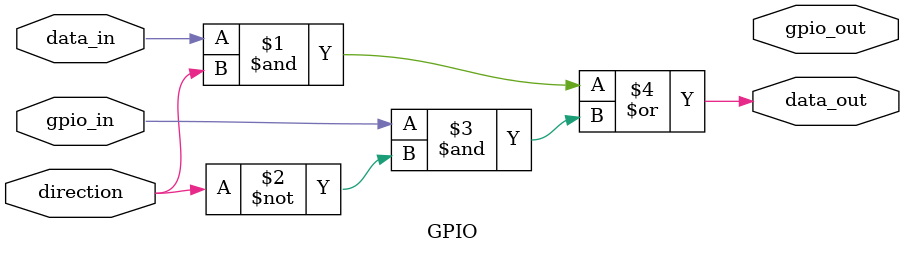
<source format=v>
module GPIO (
    input wire gpio_in,
    input wire data_in,
    input wire direction,
    output wire data_out,
    output wire gpio_out
);

assign data_out = (data_in & direction) | (gpio_in & ~direction);
assign gpio = (direction == 1'b1) ? 1'bz : data_in;
    
endmodule

</source>
